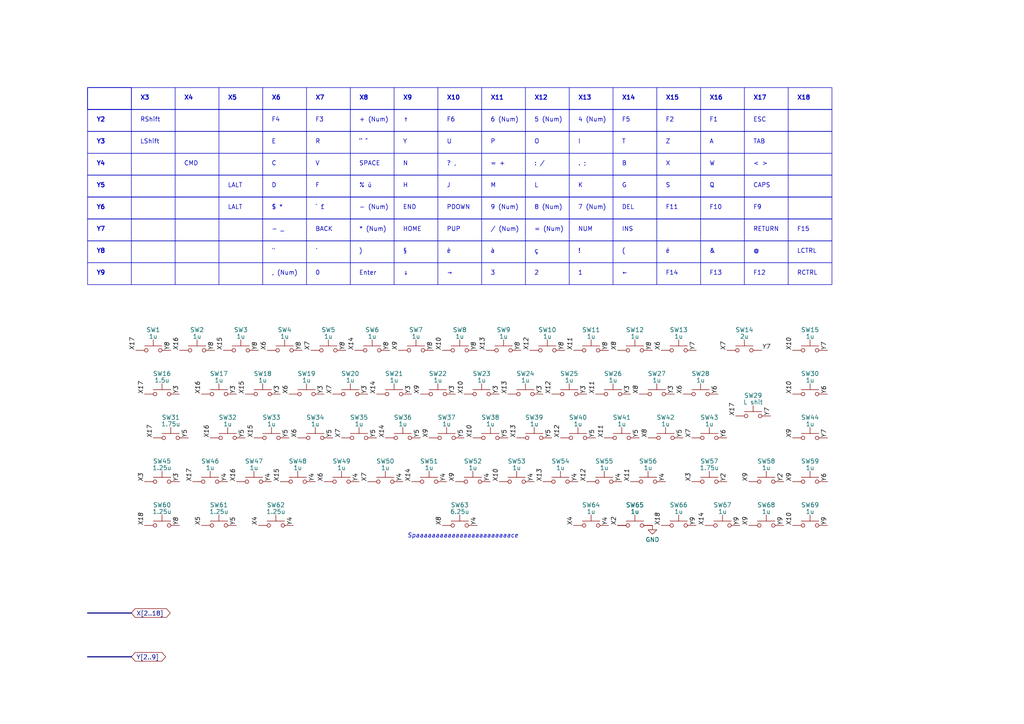
<source format=kicad_sch>
(kicad_sch (version 20230121) (generator eeschema)
  (paper "A4")
  (lib_symbols
    (symbol "Switch:SW_Push" (pin_numbers hide) (pin_names (offset 1.016) hide)
      (property "Reference" "SW" (at 1.27 2.54 0))
      (property "Value" "SW_Push" (at 0 -1.524 0))
      (symbol "SW_Push_0_1"
        (circle (center -2.032 0) (radius 0.508))
        (polyline (pts (xy 0 1.27) (xy 0 3.048)))
        (polyline (pts (xy 2.54 1.27) (xy -2.54 1.27)))
        (circle (center 2.032 0) (radius 0.508))
        (pin passive line (at -5.08 0 0) (length 2.54) (name "1") (number "1"))
        (pin passive line (at 5.08 0 180) (length 2.54) (name "2") (number "2"))
      )
    )
    (symbol "power:GND" (power) (pin_names (offset 0))
      (property "Value" "GND" (at 0 -3.81 0))
      (symbol "GND_0_1"
        (polyline (pts (xy 0 0) (xy 0 -1.27) (xy 1.27 -1.27) (xy 0 -2.54) (xy -1.27 -1.27) (xy 0 -1.27)))
      )
      (symbol "GND_1_1"
        (pin power_in line (at 0 0 270) (length 0) hide (name "GND") (number "1"))
      )
    )
  )
  (bus (pts (xy 25.4 190.5) (xy 38.1 190.5)))
  (bus (pts (xy 25.4 177.8) (xy 38.1 177.8)))
  (rectangle (start 127 44.45) (end 127 50.8))
  (rectangle (start 76.2 69.85) (end 76.2 76.2))
  (rectangle (start 190.5 31.75) (end 190.5 38.1))
  (rectangle (start 215.9 31.75) (end 215.9 38.1))
  (rectangle (start 101.6 69.85) (end 101.6 76.2))
  (rectangle (start 25.4 63.5) (end 241.3 69.85))
  (rectangle (start 76.2 63.5) (end 76.2 69.85))
  (rectangle (start 139.7 38.1) (end 139.7 44.45))
  (rectangle (start 63.5 57.15) (end 63.5 63.5))
  (rectangle (start 88.9 25.4) (end 88.9 31.75))
  (rectangle (start 101.6 38.1) (end 101.6 44.45))
  (rectangle (start 139.7 50.8) (end 139.7 57.15))
  (rectangle (start 215.9 44.45) (end 215.9 50.8))
  (rectangle (start 63.5 25.4) (end 63.5 31.75))
  (rectangle (start 114.3 25.4) (end 114.3 31.75))
  (rectangle (start 152.4 44.45) (end 152.4 50.8))
  (rectangle (start 101.6 63.5) (end 101.6 69.85))
  (rectangle (start 88.9 76.2) (end 88.9 82.55))
  (rectangle (start 50.8 38.1) (end 50.8 44.45))
  (rectangle (start 25.4 25.4) (end 241.3 31.75))
  (rectangle (start 25.4 38.1) (end 241.3 44.45))
  (rectangle (start 177.8 31.75) (end 177.8 38.1))
  (rectangle (start 190.5 44.45) (end 190.5 50.8))
  (rectangle (start 88.9 38.1) (end 88.9 44.45))
  (rectangle (start 228.6 57.15) (end 228.6 63.5))
  (rectangle (start 165.1 50.8) (end 165.1 57.15))
  (rectangle (start 114.3 50.8) (end 114.3 57.15))
  (rectangle (start 76.2 76.2) (end 76.2 82.55))
  (rectangle (start 25.4 25.4) (end 38.1 31.75) (fill (type color)))
  (rectangle (start 215.9 25.4) (end 215.9 31.75))
  (rectangle (start 215.9 38.1) (end 215.9 44.45))
  (rectangle (start 139.7 76.2) (end 139.7 82.55))
  (rectangle (start 50.8 50.8) (end 50.8 57.15))
  (rectangle (start 190.5 63.5) (end 190.5 69.85))
  (rectangle (start 203.2 31.75) (end 203.2 38.1))
  (rectangle (start 228.6 50.8) (end 228.6 57.15))
  (rectangle (start 127 38.1) (end 127 44.45))
  (rectangle (start 101.6 44.45) (end 101.6 50.8))
  (rectangle (start 50.8 76.2) (end 50.8 82.55))
  (rectangle (start 190.5 76.2) (end 190.5 82.55))
  (rectangle (start 114.3 76.2) (end 114.3 82.55))
  (rectangle (start 127 76.2) (end 127 82.55))
  (rectangle (start 101.6 31.75) (end 101.6 38.1))
  (rectangle (start 114.3 57.15) (end 114.3 63.5))
  (rectangle (start 76.2 25.4) (end 76.2 31.75))
  (rectangle (start 152.4 31.75) (end 152.4 38.1))
  (rectangle (start 114.3 44.45) (end 114.3 50.8))
  (rectangle (start 38.1 50.8) (end 38.1 57.15))
  (rectangle (start 127 31.75) (end 127 38.1))
  (rectangle (start 63.5 69.85) (end 63.5 76.2))
  (rectangle (start 215.9 69.85) (end 215.9 76.2))
  (rectangle (start 215.9 63.5) (end 215.9 69.85))
  (rectangle (start 76.2 50.8) (end 76.2 57.15))
  (rectangle (start 25.4 57.15) (end 241.3 63.5))
  (rectangle (start 203.2 38.1) (end 203.2 44.45))
  (rectangle (start 63.5 31.75) (end 63.5 38.1))
  (rectangle (start 139.7 57.15) (end 139.7 63.5))
  (rectangle (start 101.6 25.4) (end 101.6 31.75))
  (rectangle (start 50.8 69.85) (end 50.8 76.2))
  (rectangle (start 25.4 44.45) (end 241.3 50.8))
  (rectangle (start 215.9 76.2) (end 215.9 82.55))
  (rectangle (start 203.2 57.15) (end 203.2 63.5))
  (rectangle (start 190.5 38.1) (end 190.5 44.45))
  (rectangle (start 139.7 31.75) (end 139.7 38.1))
  (rectangle (start 101.6 76.2) (end 101.6 82.55))
  (rectangle (start 228.6 25.4) (end 228.6 31.75))
  (rectangle (start 165.1 76.2) (end 165.1 82.55))
  (rectangle (start 165.1 44.45) (end 165.1 50.8))
  (rectangle (start 25.4 50.8) (end 241.3 57.15))
  (rectangle (start 190.5 57.15) (end 190.5 63.5))
  (rectangle (start 88.9 31.75) (end 88.9 38.1))
  (rectangle (start 203.2 76.2) (end 203.2 82.55))
  (rectangle (start 228.6 76.2) (end 228.6 82.55))
  (rectangle (start 25.4 31.75) (end 241.3 38.1))
  (rectangle (start 63.5 38.1) (end 63.5 44.45))
  (rectangle (start 228.6 38.1) (end 228.6 44.45))
  (rectangle (start 215.9 57.15) (end 215.9 63.5))
  (rectangle (start 177.8 76.2) (end 177.8 82.55))
  (rectangle (start 177.8 38.1) (end 177.8 44.45))
  (rectangle (start 152.4 38.1) (end 152.4 44.45))
  (rectangle (start 127 50.8) (end 127 57.15))
  (rectangle (start 38.1 31.75) (end 38.1 38.1))
  (rectangle (start 88.9 44.45) (end 88.9 50.8))
  (rectangle (start 139.7 69.85) (end 139.7 76.2))
  (rectangle (start 38.1 69.85) (end 38.1 76.2))
  (rectangle (start 139.7 63.5) (end 139.7 69.85))
  (rectangle (start 228.6 69.85) (end 228.6 76.2))
  (rectangle (start 114.3 38.1) (end 114.3 44.45))
  (rectangle (start 88.9 57.15) (end 88.9 63.5))
  (rectangle (start 177.8 25.4) (end 177.8 31.75))
  (rectangle (start 177.8 57.15) (end 177.8 63.5))
  (rectangle (start 63.5 50.8) (end 63.5 57.15))
  (rectangle (start 203.2 44.45) (end 203.2 50.8))
  (rectangle (start 50.8 25.4) (end 50.8 31.75))
  (rectangle (start 38.1 76.2) (end 38.1 82.55))
  (rectangle (start 88.9 69.85) (end 88.9 76.2))
  (rectangle (start 152.4 25.4) (end 152.4 31.75))
  (rectangle (start 190.5 25.4) (end 190.5 31.75))
  (rectangle (start 152.4 50.8) (end 152.4 57.15))
  (rectangle (start 165.1 25.4) (end 165.1 31.75))
  (rectangle (start 152.4 63.5) (end 152.4 69.85))
  (rectangle (start 38.1 57.15) (end 38.1 63.5))
  (rectangle (start 50.8 57.15) (end 50.8 63.5))
  (rectangle (start 203.2 63.5) (end 203.2 69.85))
  (rectangle (start 139.7 44.45) (end 139.7 50.8))
  (rectangle (start 63.5 63.5) (end 63.5 69.85))
  (rectangle (start 190.5 50.8) (end 190.5 57.15))
  (rectangle (start 88.9 63.5) (end 88.9 69.85))
  (rectangle (start 152.4 57.15) (end 152.4 63.5))
  (rectangle (start 165.1 31.75) (end 165.1 38.1))
  (rectangle (start 165.1 69.85) (end 165.1 76.2))
  (rectangle (start 228.6 44.45) (end 228.6 50.8))
  (rectangle (start 38.1 25.4) (end 38.1 31.75))
  (rectangle (start 63.5 76.2) (end 63.5 82.55))
  (rectangle (start 177.8 44.45) (end 177.8 50.8))
  (rectangle (start 114.3 69.85) (end 114.3 76.2))
  (rectangle (start 76.2 31.75) (end 76.2 38.1))
  (rectangle (start 127 63.5) (end 127 69.85))
  (rectangle (start 38.1 38.1) (end 38.1 44.45))
  (rectangle (start 165.1 63.5) (end 165.1 69.85))
  (rectangle (start 88.9 50.8) (end 88.9 57.15))
  (rectangle (start 76.2 38.1) (end 76.2 44.45))
  (rectangle (start 177.8 69.85) (end 177.8 76.2))
  (rectangle (start 101.6 50.8) (end 101.6 57.15))
  (rectangle (start 127 25.4) (end 127 31.75))
  (rectangle (start 139.7 25.4) (end 139.7 31.75))
  (rectangle (start 177.8 63.5) (end 177.8 69.85))
  (rectangle (start 152.4 76.2) (end 152.4 82.55))
  (rectangle (start 114.3 31.75) (end 114.3 38.1))
  (rectangle (start 165.1 38.1) (end 165.1 44.45))
  (rectangle (start 215.9 50.8) (end 215.9 57.15))
  (rectangle (start 152.4 69.85) (end 152.4 76.2))
  (rectangle (start 38.1 63.5) (end 38.1 69.85))
  (rectangle (start 203.2 69.85) (end 203.2 76.2))
  (rectangle (start 101.6 57.15) (end 101.6 63.5))
  (rectangle (start 127 69.85) (end 127 76.2))
  (rectangle (start 50.8 44.45) (end 50.8 50.8))
  (rectangle (start 203.2 50.8) (end 203.2 57.15))
  (rectangle (start 63.5 44.45) (end 63.5 50.8))
  (rectangle (start 228.6 63.5) (end 228.6 69.85))
  (rectangle (start 38.1 44.45) (end 38.1 50.8))
  (rectangle (start 127 57.15) (end 127 63.5))
  (rectangle (start 203.2 25.4) (end 203.2 31.75))
  (rectangle (start 50.8 63.5) (end 50.8 69.85))
  (rectangle (start 76.2 44.45) (end 76.2 50.8))
  (rectangle (start 25.4 69.85) (end 241.3 76.2))
  (rectangle (start 76.2 57.15) (end 76.2 63.5))
  (rectangle (start 228.6 31.75) (end 228.6 38.1))
  (rectangle (start 25.4 76.2) (end 241.3 82.55))
  (rectangle (start 50.8 31.75) (end 50.8 38.1))
  (rectangle (start 177.8 50.8) (end 177.8 57.15))
  (rectangle (start 165.1 57.15) (end 165.1 63.5))
  (rectangle (start 114.3 63.5) (end 114.3 69.85))
  (rectangle (start 190.5 69.85) (end 190.5 76.2))
  (text "RETURN" (at 218.44 67.31 0) (effects (font (size 1.27 1.27)) (justify left bottom)))
  (text "% ù" (at 104.14 54.61 0) (effects (font (size 1.27 1.27)) (justify left bottom)))
  (text "ESC" (at 218.44 35.56 0) (effects (font (size 1.27 1.27)) (justify left bottom)))
  (text "RCTRL" (at 231.14 80.01 0) (effects (font (size 1.27 1.27)) (justify left bottom)))
  (text "Y3" (at 27.94 41.91 0) (effects (font (size 1.27 1.27) (thickness 0.254) bold) (justify left bottom)))
  (text "F1" (at 205.74 35.56 0) (effects (font (size 1.27 1.27)) (justify left bottom)))
  (text "'" (at 91.44 73.66 0) (effects (font (size 1.27 1.27)) (justify left bottom)))
  (text "+ (Num)" (at 104.14 35.56 0) (effects (font (size 1.27 1.27)) (justify left bottom)))
  (text "→" (at 129.54 80.01 0) (effects (font (size 1.27 1.27)) (justify left bottom)))
  (text "(" (at 180.34 73.66 0) (effects (font (size 1.27 1.27)) (justify left bottom)))
  (text "@" (at 218.44 73.66 0) (effects (font (size 1.27 1.27)) (justify left bottom)))
  (text "< >" (at 218.44 48.26 0) (effects (font (size 1.27 1.27)) (justify left bottom)))
  (text "X7" (at 91.44 29.21 0) (effects (font (size 1.27 1.27) (thickness 0.254) bold) (justify left bottom)))
  (text "X14" (at 180.34 29.21 0) (effects (font (size 1.27 1.27) (thickness 0.254) bold) (justify left bottom)))
  (text "¨ ^" (at 104.14 41.91 0) (effects (font (size 1.27 1.27)) (justify left bottom)))
  (text "D" (at 78.74 54.61 0) (effects (font (size 1.27 1.27)) (justify left bottom)))
  (text "S" (at 193.04 54.61 0) (effects (font (size 1.27 1.27)) (justify left bottom)))
  (text "F11" (at 193.04 60.96 0) (effects (font (size 1.27 1.27)) (justify left bottom)))
  (text "5 (Num)" (at 154.94 35.56 0) (effects (font (size 1.27 1.27)) (justify left bottom)))
  (text ", (Num)" (at 78.74 80.01 0) (effects (font (size 1.27 1.27)) (justify left bottom)))
  (text "X16" (at 205.74 29.21 0) (effects (font (size 1.27 1.27) (thickness 0.254) bold) (justify left bottom)))
  (text ": /" (at 154.94 48.26 0) (effects (font (size 1.27 1.27)) (justify left bottom)))
  (text "? ," (at 129.54 48.26 0) (effects (font (size 1.27 1.27)) (justify left bottom)))
  (text "F" (at 91.44 54.61 0) (effects (font (size 1.27 1.27)) (justify left bottom)))
  (text "B" (at 180.34 48.26 0) (effects (font (size 1.27 1.27)) (justify left bottom)))
  (text "à" (at 142.24 73.66 0) (effects (font (size 1.27 1.27)) (justify left bottom)))
  (text "END" (at 116.84 60.96 0) (effects (font (size 1.27 1.27)) (justify left bottom)))
  (text "F10" (at 205.74 60.96 0) (effects (font (size 1.27 1.27)) (justify left bottom)))
  (text "- (Num)" (at 104.14 60.96 0) (effects (font (size 1.27 1.27)) (justify left bottom)))
  (text "X3" (at 40.64 29.21 0) (effects (font (size 1.27 1.27) (thickness 0.254) bold) (justify left bottom)))
  (text "8 (Num)" (at 154.94 60.96 0) (effects (font (size 1.27 1.27)) (justify left bottom)))
  (text "LALT" (at 66.04 60.96 0) (effects (font (size 1.27 1.27)) (justify left bottom)))
  (text "L" (at 154.94 54.61 0) (effects (font (size 1.27 1.27)) (justify left bottom)))
  (text "V" (at 91.44 48.26 0) (effects (font (size 1.27 1.27)) (justify left bottom)))
  (text ")" (at 104.14 73.66 0) (effects (font (size 1.27 1.27)) (justify left bottom)))
  (text "Y6" (at 27.94 60.96 0) (effects (font (size 1.27 1.27) (thickness 0.254) bold) (justify left bottom)))
  (text "F9" (at 218.44 60.96 0) (effects (font (size 1.27 1.27)) (justify left bottom)))
  (text "= (Num)" (at 154.94 67.31 0) (effects (font (size 1.27 1.27)) (justify left bottom)))
  (text "X17" (at 218.44 29.21 0) (effects (font (size 1.27 1.27) (thickness 0.254) bold) (justify left bottom)))
  (text ". ;" (at 167.64 48.26 0) (effects (font (size 1.27 1.27)) (justify left bottom)))
  (text "Enter" (at 104.14 80.01 0) (effects (font (size 1.27 1.27)) (justify left bottom)))
  (text "X18" (at 231.14 29.21 0) (effects (font (size 1.27 1.27) (thickness 0.254) bold) (justify left bottom)))
  (text "` £" (at 91.44 60.96 0) (effects (font (size 1.27 1.27)) (justify left bottom)))
  (text "↓" (at 116.84 80.01 0) (effects (font (size 1.27 1.27)) (justify left bottom)))
  (text "è" (at 129.54 73.66 0) (effects (font (size 1.27 1.27)) (justify left bottom)))
  (text "C" (at 78.74 48.26 0) (effects (font (size 1.27 1.27)) (justify left bottom)))
  (text "NUM" (at 167.64 67.31 0) (effects (font (size 1.27 1.27)) (justify left bottom)))
  (text "CAPS" (at 218.44 54.61 0) (effects (font (size 1.27 1.27)) (justify left bottom)))
  (text "F12" (at 218.44 80.01 0) (effects (font (size 1.27 1.27)) (justify left bottom)))
  (text "RShift" (at 40.64 35.56 0) (effects (font (size 1.27 1.27)) (justify left bottom)))
  (text "A" (at 205.74 41.91 0) (effects (font (size 1.27 1.27)) (justify left bottom)))
  (text "0" (at 91.44 80.01 0) (effects (font (size 1.27 1.27)) (justify left bottom)))
  (text "ç" (at 154.94 73.66 0) (effects (font (size 1.27 1.27)) (justify left bottom)))
  (text "X15" (at 193.04 29.21 0) (effects (font (size 1.27 1.27) (thickness 0.254) bold) (justify left bottom)))
  (text "= +" (at 142.24 48.26 0) (effects (font (size 1.27 1.27)) (justify left bottom)))
  (text "!" (at 167.64 73.66 0) (effects (font (size 1.27 1.27)) (justify left bottom)))
  (text "X8" (at 104.14 29.21 0) (effects (font (size 1.27 1.27) (thickness 0.254) bold) (justify left bottom)))
  (text "N" (at 116.84 48.26 0) (effects (font (size 1.27 1.27)) (justify left bottom)))
  (text "&" (at 205.74 73.66 0) (effects (font (size 1.27 1.27)) (justify left bottom)))
  (text "F5" (at 180.34 35.56 0) (effects (font (size 1.27 1.27)) (justify left bottom)))
  (text "F14" (at 193.04 80.01 0) (effects (font (size 1.27 1.27)) (justify left bottom)))
  (text "X13" (at 167.64 29.21 0) (effects (font (size 1.27 1.27) (thickness 0.254) bold) (justify left bottom)))
  (text "E" (at 78.74 41.91 0) (effects (font (size 1.27 1.27)) (justify left bottom)))
  (text "TAB" (at 218.44 41.91 0) (effects (font (size 1.27 1.27)) (justify left bottom)))
  (text "INS" (at 180.34 67.31 0) (effects (font (size 1.27 1.27)) (justify left bottom)))
  (text "§" (at 116.84 73.66 0) (effects (font (size 1.27 1.27)) (justify left bottom)))
  (text "H" (at 116.84 54.61 0) (effects (font (size 1.27 1.27)) (justify left bottom)))
  (text "X4" (at 53.34 29.21 0) (effects (font (size 1.27 1.27) (thickness 0.254) bold) (justify left bottom)))
  (text "Y2" (at 27.94 35.56 0) (effects (font (size 1.27 1.27) (thickness 0.254) bold) (justify left bottom)))
  (text "3" (at 142.24 80.01 0) (effects (font (size 1.27 1.27)) (justify left bottom)))
  (text "O" (at 154.94 41.91 0) (effects (font (size 1.27 1.27)) (justify left bottom)))
  (text "4 (Num)" (at 167.64 35.56 0) (effects (font (size 1.27 1.27)) (justify left bottom)))
  (text "Q" (at 205.74 54.61 0) (effects (font (size 1.27 1.27)) (justify left bottom)))
  (text "K" (at 167.64 54.61 0) (effects (font (size 1.27 1.27)) (justify left bottom)))
  (text "1" (at 167.64 80.01 0) (effects (font (size 1.27 1.27)) (justify left bottom)))
  (text "Y7" (at 27.94 67.31 0) (effects (font (size 1.27 1.27) (thickness 0.254) bold) (justify left bottom)))
  (text "X10" (at 129.54 29.21 0) (effects (font (size 1.27 1.27) (thickness 0.254) bold) (justify left bottom)))
  (text "2" (at 154.94 80.01 0) (effects (font (size 1.27 1.27)) (justify left bottom)))
  (text "F3" (at 91.44 35.56 0) (effects (font (size 1.27 1.27)) (justify left bottom)))
  (text "X12" (at 154.94 29.21 0) (effects (font (size 1.27 1.27) (thickness 0.254) bold) (justify left bottom)))
  (text "$ *" (at 78.74 60.96 0) (effects (font (size 1.27 1.27)) (justify left bottom)))
  (text "I" (at 167.64 41.91 0) (effects (font (size 1.27 1.27)) (justify left bottom)))
  (text "M" (at 142.24 54.61 0) (effects (font (size 1.27 1.27)) (justify left bottom)))
  (text "* (Num)" (at 104.14 67.31 0) (effects (font (size 1.27 1.27)) (justify left bottom)))
  (text "↑" (at 116.84 35.56 0) (effects (font (size 1.27 1.27)) (justify left bottom)))
  (text "BACK" (at 91.44 67.31 0) (effects (font (size 1.27 1.27)) (justify left bottom)))
  (text "SPACE" (at 104.14 48.26 0) (effects (font (size 1.27 1.27)) (justify left bottom)))
  (text "LShift" (at 40.64 41.91 0) (effects (font (size 1.27 1.27)) (justify left bottom)))
  (text "CMD" (at 53.34 48.26 0) (effects (font (size 1.27 1.27)) (justify left bottom)))
  (text "X5" (at 66.04 29.21 0) (effects (font (size 1.27 1.27) (thickness 0.254) bold) (justify left bottom)))
  (text "PDOWN" (at 129.54 60.96 0) (effects (font (size 1.27 1.27)) (justify left bottom)))
  (text "Y4" (at 27.94 48.26 0) (effects (font (size 1.27 1.27) (thickness 0.254) bold) (justify left bottom)))
  (text "F4" (at 78.74 35.56 0) (effects (font (size 1.27 1.27)) (justify left bottom)))
  (text "F13" (at 205.74 80.01 0) (effects (font (size 1.27 1.27)) (justify left bottom)))
  (text "X9" (at 116.84 29.21 0) (effects (font (size 1.27 1.27) (thickness 0.254) bold) (justify left bottom)))
  (text "←" (at 180.34 80.01 0) (effects (font (size 1.27 1.27)) (justify left bottom)))
  (text "R" (at 91.44 41.91 0) (effects (font (size 1.27 1.27)) (justify left bottom)))
  (text "P" (at 142.24 41.91 0) (effects (font (size 1.27 1.27)) (justify left bottom)))
  (text "T" (at 180.34 41.91 0) (effects (font (size 1.27 1.27)) (justify left bottom)))
  (text "é" (at 193.04 73.66 0) (effects (font (size 1.27 1.27)) (justify left bottom)))
  (text "PUP" (at 129.54 67.31 0) (effects (font (size 1.27 1.27)) (justify left bottom)))
  (text "Y5" (at 27.94 54.61 0) (effects (font (size 1.27 1.27) (thickness 0.254) bold) (justify left bottom)))
  (text "\"" (at 78.74 73.66 0) (effects (font (size 1.27 1.27)) (justify left bottom)))
  (text "DEL" (at 180.34 60.96 0) (effects (font (size 1.27 1.27)) (justify left bottom)))
  (text "Y8" (at 27.94 73.66 0) (effects (font (size 1.27 1.27) (thickness 0.254) bold) (justify left bottom)))
  (text "J" (at 129.54 54.61 0) (effects (font (size 1.27 1.27)) (justify left bottom)))
  (text "6 (Num)" (at 142.24 35.56 0) (effects (font (size 1.27 1.27)) (justify left bottom)))
  (text "F2" (at 193.04 35.56 0) (effects (font (size 1.27 1.27)) (justify left bottom)))
  (text "LCTRL" (at 231.14 73.66 0) (effects (font (size 1.27 1.27)) (justify left bottom)))
  (text "Z" (at 193.04 41.91 0) (effects (font (size 1.27 1.27)) (justify left bottom)))
  (text "HOME" (at 116.84 67.31 0) (effects (font (size 1.27 1.27)) (justify left bottom)))
  (text "X" (at 193.04 48.26 0) (effects (font (size 1.27 1.27)) (justify left bottom)))
  (text "/ (Num)" (at 142.24 67.31 0) (effects (font (size 1.27 1.27)) (justify left bottom)))
  (text "7 (Num)" (at 167.64 60.96 0) (effects (font (size 1.27 1.27)) (justify left bottom)))
  (text "G" (at 180.34 54.61 0) (effects (font (size 1.27 1.27)) (justify left bottom)))
  (text "U" (at 129.54 41.91 0) (effects (font (size 1.27 1.27)) (justify left bottom)))
  (text "W" (at 205.74 48.26 0) (effects (font (size 1.27 1.27)) (justify left bottom)))
  (text "F6" (at 129.54 35.56 0) (effects (font (size 1.27 1.27)) (justify left bottom)))
  (text "9 (Num)" (at 142.24 60.96 0) (effects (font (size 1.27 1.27)) (justify left bottom)))
  (text "- _" (at 78.74 67.31 0) (effects (font (size 1.27 1.27)) (justify left bottom)))
  (text "X6" (at 78.74 29.21 0) (effects (font (size 1.27 1.27) (thickness 0.254) bold) (justify left bottom)))
  (text "X11" (at 142.24 29.21 0) (effects (font (size 1.27 1.27) (thickness 0.254) bold) (justify left bottom)))
  (text "Y9" (at 27.94 80.01 0) (effects (font (size 1.27 1.27) (thickness 0.254) bold) (justify left bottom)))
  (text "F15" (at 231.14 67.31 0) (effects (font (size 1.27 1.27)) (justify left bottom)))
  (text "LALT" (at 66.04 54.61 0) (effects (font (size 1.27 1.27)) (justify left bottom)))
  (text "Y" (at 116.84 41.91 0) (effects (font (size 1.27 1.27)) (justify left bottom)))
  (text "Spaaaaaaaaaaaaaaaaaaaaaaaace" (at 118.11 156.21 0) (effects (font (size 1.27 1.27) italic) (justify left bottom)))
  (label "X12" (at 170.18 139.7 90) (effects (font italic)))
  (label "Y3" (at 170.18 114.3 90) (effects (font italic)))
  (label "Y5" (at 83.82 127 90) (effects (font italic)))
  (label "X6" (at 191.77 101.6 90) (effects (font italic)))
  (label "Y5" (at 198.12 127 90) (effects (font italic)))
  (label "X10" (at 229.87 152.4 90) (effects (font italic)))
  (label "Y5" (at 121.92 127 90) (effects (font italic)))
  (label "X17" (at 41.91 114.3 90) (effects (font italic)))
  (label "X10" (at 144.78 139.7 90) (effects (font italic)))
  (label "X9" (at 217.17 152.4 90) (effects (font italic)))
  (label "Y8" (at 74.93 101.6 90) (effects (font italic)))
  (label "X2" (at 179.07 152.4 90) (effects (font italic)))
  (label "X3" (at 41.91 139.7 90) (effects (font italic)))
  (label "X15" (at 64.77 101.6 90) (effects (font italic)))
  (label "X7" (at 99.06 127 90) (effects (font italic)))
  (label "Y4" (at 142.24 139.7 90) (effects (font italic)))
  (label "Y3" (at 93.98 114.3 90) (effects (font italic)))
  (label "Y5" (at 54.61 127 90) (effects (font italic)))
  (label "X15" (at 73.66 127 90) (effects (font italic)))
  (label "Y3" (at 144.78 114.3 90) (effects (font italic)))
  (label "X7" (at 200.66 127 90) (effects (font italic)))
  (label "X12" (at 153.67 101.6 90) (effects (font italic)))
  (label "Y8" (at 100.33 101.6 90) (effects (font italic)))
  (label "Y4" (at 138.43 152.4 90) (effects (font italic)))
  (label "X9" (at 132.08 139.7 90) (effects (font italic)))
  (label "Y3" (at 68.58 114.3 90) (effects (font italic)))
  (label "X14" (at 109.22 114.3 90) (effects (font italic)))
  (label "Y8" (at 62.23 101.6 90) (effects (font italic)))
  (label "Y7" (at 240.03 127 90) (effects (font italic)))
  (label "Y8" (at 189.23 101.6 90) (effects (font italic)))
  (label "X8" (at 185.42 114.3 90) (effects (font italic)))
  (label "X11" (at 172.72 114.3 90) (effects (font italic)))
  (label "Y3" (at 195.58 114.3 90) (effects (font italic)))
  (label "Y3" (at 132.08 114.3 90) (effects (font italic)))
  (label "Y9" (at 227.33 152.4 90) (effects (font italic)))
  (label "X11" (at 182.88 139.7 90) (effects (font italic)))
  (label "Y5" (at 172.72 127 90) (effects (font italic)))
  (label "X7" (at 210.82 101.6 90) (effects (font italic)))
  (label "Y3" (at 182.88 114.3 90) (effects (font italic)))
  (label "X15" (at 81.28 139.7 90) (effects (font italic)))
  (label "X12" (at 160.02 114.3 90) (effects (font italic)))
  (label "X7" (at 106.68 139.7 90) (effects (font italic)))
  (label "Y5" (at 147.32 127 90) (effects (font italic)))
  (label "Y8" (at 49.53 101.6 90) (effects (font italic)))
  (label "X16" (at 60.96 127 90) (effects (font italic)))
  (label "Y3" (at 52.07 114.3 90) (effects (font italic)))
  (label "Y7" (at 201.93 101.6 90) (effects (font italic)))
  (label "X14" (at 111.76 127 90) (effects (font italic)))
  (label "Y4" (at 176.53 152.4 90) (effects (font italic)))
  (label "X13" (at 149.86 127 90) (effects (font italic)))
  (label "X13" (at 157.48 139.7 90) (effects (font italic)))
  (label "Y8" (at 163.83 101.6 90) (effects (font italic)))
  (label "Y4" (at 180.34 139.7 90) (effects (font italic)))
  (label "Y4" (at 116.84 139.7 90) (effects (font italic)))
  (label "Y7" (at 220.98 101.6 0) (effects (font italic)))
  (label "Y6" (at 240.03 139.7 90) (effects (font italic)))
  (label "X6" (at 77.47 101.6 90) (effects (font italic)))
  (label "Y4" (at 78.74 139.7 90) (effects (font italic)))
  (label "Y4" (at 129.54 139.7 90) (effects (font italic)))
  (label "Y6" (at 208.28 114.3 90) (effects (font italic)))
  (label "X4" (at 74.93 152.4 90) (effects (font italic)))
  (label "Y5" (at 71.12 127 90) (effects (font italic)))
  (label "X6" (at 83.82 114.3 90) (effects (font italic)))
  (label "X14" (at 102.87 101.6 90) (effects (font italic)))
  (label "X6" (at 93.98 139.7 90) (effects (font italic)))
  (label "X11" (at 175.26 127 90) (effects (font italic)))
  (label "Y8" (at 138.43 101.6 90) (effects (font italic)))
  (label "Y8" (at 52.07 152.4 90) (effects (font italic)))
  (label "X11" (at 166.37 101.6 90) (effects (font italic)))
  (label "X5" (at 58.42 152.4 90) (effects (font italic)))
  (label "Y5" (at 185.42 127 90) (effects (font italic)))
  (label "Y4" (at 91.44 139.7 90) (effects (font italic)))
  (label "X17" (at 213.36 120.65 90) (effects (font italic)))
  (label "X10" (at 128.27 101.6 90) (effects (font italic)))
  (label "Y6" (at 210.82 127 90) (effects (font italic)))
  (label "Y4" (at 66.04 139.7 90) (effects (font italic)))
  (label "X8" (at 128.27 152.4 90) (effects (font italic)))
  (label "X9" (at 217.17 139.7 90) (effects (font italic)))
  (label "Y4" (at 154.94 139.7 90) (effects (font italic)))
  (label "Y3" (at 119.38 114.3 90) (effects (font italic)))
  (label "X13" (at 147.32 114.3 90) (effects (font italic)))
  (label "X9" (at 115.57 101.6 90) (effects (font italic)))
  (label "X7" (at 96.52 114.3 90) (effects (font italic)))
  (label "Y8" (at 87.63 101.6 90) (effects (font italic)))
  (label "X9" (at 229.87 127 90) (effects (font italic)))
  (label "X6" (at 86.36 127 90) (effects (font italic)))
  (label "X16" (at 58.42 114.3 90) (effects (font italic)))
  (label "X8" (at 179.07 101.6 90) (effects (font italic)))
  (label "Y4" (at 167.64 139.7 90) (effects (font italic)))
  (label "Y3" (at 81.28 114.3 90) (effects (font italic)))
  (label "X18" (at 191.77 152.4 90) (effects (font italic)))
  (label "X7" (at 90.17 101.6 90) (effects (font italic)))
  (label "Y9" (at 240.03 152.4 90) (effects (font italic)))
  (label "X16" (at 68.58 139.7 90) (effects (font italic)))
  (label "X9" (at 124.46 127 90) (effects (font italic)))
  (label "Y8" (at 113.03 101.6 90) (effects (font italic)))
  (label "X10" (at 134.62 114.3 90) (effects (font italic)))
  (label "Y3" (at 157.48 114.3 90) (effects (font italic)))
  (label "Y5" (at 96.52 127 90) (effects (font italic)))
  (label "Y7" (at 223.52 120.65 90) (effects (font italic)))
  (label "Y6" (at 240.03 114.3 90) (effects (font italic)))
  (label "Y9" (at 201.93 152.4 90) (effects (font italic)))
  (label "Y9" (at 214.63 152.4 90) (effects (font italic)))
  (label "X12" (at 162.56 127 90) (effects (font italic)))
  (label "Y8" (at 176.53 101.6 90) (effects (font italic)))
  (label "X16" (at 52.07 101.6 90) (effects (font italic)))
  (label "Y3" (at 106.68 114.3 90) (effects (font italic)))
  (label "X3" (at 200.66 139.7 90) (effects (font italic)))
  (label "X4" (at 166.37 152.4 90) (effects (font italic)))
  (label "Y2" (at 227.33 139.7 90) (effects (font italic)))
  (label "X10" (at 137.16 127 90) (effects (font italic)))
  (label "X14" (at 119.38 139.7 90) (effects (font italic)))
  (label "Y4" (at 85.09 152.4 90) (effects (font italic)))
  (label "X10" (at 229.87 114.3 90) (effects (font italic)))
  (label "Y4" (at 104.14 139.7 90) (effects (font italic)))
  (label "X13" (at 140.97 101.6 90) (effects (font italic)))
  (label "Y2" (at 210.82 139.7 90) (effects (font italic)))
  (label "X9" (at 121.92 114.3 90) (effects (font italic)))
  (label "Y5" (at 134.62 127 90) (effects (font italic)))
  (label "X14" (at 204.47 152.4 90) (effects (font italic)))
  (label "X8" (at 187.96 127 90) (effects (font italic)))
  (label "Y5" (at 68.58 152.4 90) (effects (font italic)))
  (label "Y3" (at 52.07 139.7 90) (effects (font italic)))
  (label "Y5" (at 160.02 127 90) (effects (font italic)))
  (label "Y8" (at 151.13 101.6 90) (effects (font italic)))
  (label "X10" (at 229.87 101.6 90) (effects (font italic)))
  (label "X15" (at 71.12 114.3 90) (effects (font italic)))
  (label "Y5" (at 109.22 127 90) (effects (font italic)))
  (label "X17" (at 55.88 139.7 90) (effects (font italic)))
  (label "Y8" (at 125.73 101.6 90) (effects (font italic)))
  (label "X6" (at 198.12 114.3 90) (effects (font italic)))
  (label "Y4" (at 193.04 139.7 90) (effects (font italic)))
  (label "X17" (at 44.45 127 90) (effects (font italic)))
  (label "X17" (at 39.37 101.6 90) (effects (font italic)))
  (label "Y7" (at 240.03 101.6 90) (effects (font italic)))
  (label "X9" (at 229.87 139.7 90) (effects (font italic)))
  (label "X18" (at 41.91 152.4 90) (effects (font italic)))
  (global_label "Y[2..9]" (shape bidirectional) (at 38.1 190.5 0) (property "Intersheetrefs" "${INTERSHEET_REFS}" (effects hide)))
  (global_label "X[2..18]" (shape bidirectional) (at 38.1 177.8 0) (property "Intersheetrefs" "${INTERSHEET_REFS}" (effects hide)))
  (symbol (lib_id "Switch:SW_Push") (at 196.85 152.4 0) (unit 1)
    (property "Reference" "SW66" (at 196.85 146.4691 0))
    (property "Value" "1u" (at 196.85 148.3901 0))
    (property "Footprint" "Button_Switch_Keyboard:SW_Cherry_MX_1.00u_PCB" (effects hide))
  )
  (symbol (lib_id "Switch:SW_Push") (at 104.14 127 0) (unit 1)
    (property "Reference" "SW35" (at 104.14 121.0691 0))
    (property "Value" "1u" (at 104.14 122.9901 0))
    (property "Footprint" "Button_Switch_Keyboard:SW_Cherry_MX_1.00u_PCB" (effects hide))
  )
  (symbol (lib_id "Switch:SW_Push") (at 66.04 127 0) (unit 1)
    (property "Reference" "SW32" (at 66.04 121.0691 0))
    (property "Value" "1u" (at 66.04 122.9901 0))
    (property "Footprint" "Button_Switch_Keyboard:SW_Cherry_MX_1.00u_PCB" (effects hide))
  )
  (symbol (lib_id "Switch:SW_Push") (at 184.15 101.6 0) (unit 1)
    (property "Reference" "SW12" (at 184.15 95.6691 0))
    (property "Value" "1u" (at 184.15 97.5901 0))
    (property "Footprint" "Button_Switch_Keyboard:SW_Cherry_MX_1.00u_PCB" (effects hide))
  )
  (symbol (lib_id "Switch:SW_Push") (at 78.74 127 0) (unit 1)
    (property "Reference" "SW33" (at 78.74 121.0691 0))
    (property "Value" "1u" (at 78.74 122.9901 0))
    (property "Footprint" "Button_Switch_Keyboard:SW_Cherry_MX_1.00u_PCB" (effects hide))
  )
  (symbol (lib_id "Switch:SW_Push") (at 146.05 101.6 0) (unit 1)
    (property "Reference" "SW9" (at 146.05 95.6691 0))
    (property "Value" "1u" (at 146.05 97.5901 0))
    (property "Footprint" "Button_Switch_Keyboard:SW_Cherry_MX_1.00u_PCB" (effects hide))
  )
  (symbol (lib_id "Switch:SW_Push") (at 175.26 139.7 0) (unit 1)
    (property "Reference" "SW55" (at 175.26 133.7691 0))
    (property "Value" "1u" (at 175.26 135.6901 0))
    (property "Footprint" "Button_Switch_Keyboard:SW_Cherry_MX_1.00u_PCB" (effects hide))
  )
  (symbol (lib_id "Switch:SW_Push") (at 196.85 101.6 0) (unit 1)
    (property "Reference" "SW13" (at 196.85 95.6691 0))
    (property "Value" "1u" (at 196.85 97.5901 0))
    (property "Footprint" "Button_Switch_Keyboard:SW_Cherry_MX_1.00u_PCB" (effects hide))
  )
  (symbol (lib_id "Switch:SW_Push") (at 49.53 127 0) (unit 1)
    (property "Reference" "SW31" (at 49.53 121.0691 0))
    (property "Value" "1.75u" (at 49.53 122.9901 0))
    (property "Footprint" "Button_Switch_Keyboard:SW_Cherry_MX_1.75u_PCB" (effects hide))
  )
  (symbol (lib_id "Switch:SW_Push") (at 129.54 127 0) (unit 1)
    (property "Reference" "SW37" (at 129.54 121.0691 0))
    (property "Value" "1u" (at 129.54 122.9901 0))
    (property "Footprint" "Button_Switch_Keyboard:SW_Cherry_MX_1.00u_PCB" (effects hide))
  )
  (symbol (lib_id "Switch:SW_Push") (at 234.95 152.4 0) (unit 1)
    (property "Reference" "SW69" (at 234.95 146.4691 0))
    (property "Value" "1u" (at 234.95 148.3901 0))
    (property "Footprint" "Button_Switch_Keyboard:SW_Cherry_MX_1.00u_PCB" (effects hide))
  )
  (symbol (lib_id "Switch:SW_Push") (at 133.35 101.6 0) (unit 1)
    (property "Reference" "SW8" (at 133.35 95.6691 0))
    (property "Value" "1u" (at 133.35 97.5901 0))
    (property "Footprint" "Button_Switch_Keyboard:SW_Cherry_MX_1.00u_PCB" (effects hide))
  )
  (symbol (lib_id "Switch:SW_Push") (at 137.16 139.7 0) (unit 1)
    (property "Reference" "SW52" (at 137.16 133.7691 0))
    (property "Value" "1u" (at 137.16 135.6901 0))
    (property "Footprint" "Button_Switch_Keyboard:SW_Cherry_MX_1.00u_PCB" (effects hide))
  )
  (symbol (lib_id "Switch:SW_Push") (at 167.64 127 0) (unit 1)
    (property "Reference" "SW40" (at 167.64 121.0691 0))
    (property "Value" "1u" (at 167.64 122.9901 0))
    (property "Footprint" "Button_Switch_Keyboard:SW_Cherry_MX_1.00u_PCB" (effects hide))
  )
  (symbol (lib_id "Switch:SW_Push") (at 107.95 101.6 0) (unit 1)
    (property "Reference" "SW6" (at 107.95 95.6691 0))
    (property "Value" "1u" (at 107.95 97.5901 0))
    (property "Footprint" "Button_Switch_Keyboard:SW_Cherry_MX_1.00u_PCB" (effects hide))
  )
  (symbol (lib_id "Switch:SW_Push") (at 99.06 139.7 0) (unit 1)
    (property "Reference" "SW49" (at 99.06 133.7691 0))
    (property "Value" "1u" (at 99.06 135.6901 0))
    (property "Footprint" "Button_Switch_Keyboard:SW_Cherry_MX_1.00u_PCB" (effects hide))
  )
  (symbol (lib_id "Switch:SW_Push") (at 190.5 114.3 0) (unit 1)
    (property "Reference" "SW27" (at 190.5 108.3691 0))
    (property "Value" "1u" (at 190.5 110.2901 0))
    (property "Footprint" "Button_Switch_Keyboard:SW_Cherry_MX_1.00u_PCB" (effects hide))
  )
  (symbol (lib_id "Switch:SW_Push") (at 120.65 101.6 0) (unit 1)
    (property "Reference" "SW7" (at 120.65 95.6691 0))
    (property "Value" "1u" (at 120.65 97.5901 0))
    (property "Footprint" "Button_Switch_Keyboard:SW_Cherry_MX_1.00u_PCB" (effects hide))
  )
  (symbol (lib_id "Switch:SW_Push") (at 82.55 101.6 0) (unit 1)
    (property "Reference" "SW4" (at 82.55 95.6691 0))
    (property "Value" "1u" (at 82.55 97.5901 0))
    (property "Footprint" "Button_Switch_Keyboard:SW_Cherry_MX_1.00u_PCB" (effects hide))
  )
  (symbol (lib_id "Switch:SW_Push") (at 91.44 127 0) (unit 1)
    (property "Reference" "SW34" (at 91.44 121.0691 0))
    (property "Value" "1u" (at 91.44 122.9901 0))
    (property "Footprint" "Button_Switch_Keyboard:SW_Cherry_MX_1.00u_PCB" (effects hide))
  )
  (symbol (lib_id "Switch:SW_Push") (at 165.1 114.3 0) (unit 1)
    (property "Reference" "SW25" (at 165.1 108.3691 0))
    (property "Value" "1u" (at 165.1 110.2901 0))
    (property "Footprint" "Button_Switch_Keyboard:SW_Cherry_MX_1.00u_PCB" (effects hide))
  )
  (symbol (lib_id "Switch:SW_Push") (at 116.84 127 0) (unit 1)
    (property "Reference" "SW36" (at 116.84 121.0691 0))
    (property "Value" "1u" (at 116.84 122.9901 0))
    (property "Footprint" "Button_Switch_Keyboard:SW_Cherry_MX_1.00u_PCB" (effects hide))
  )
  (symbol (lib_id "Switch:SW_Push") (at 205.74 139.7 0) (unit 1)
    (property "Reference" "SW57" (at 205.74 133.7691 0))
    (property "Value" "1.75u" (at 205.74 135.6901 0))
    (property "Footprint" "Button_Switch_Keyboard:SW_Cherry_MX_1.75u_PCB" (effects hide))
  )
  (symbol (lib_id "Switch:SW_Push") (at 234.95 139.7 0) (unit 1)
    (property "Reference" "SW59" (at 234.95 133.7691 0))
    (property "Value" "1u" (at 234.95 135.6901 0))
    (property "Footprint" "Button_Switch_Keyboard:SW_Cherry_MX_1.00u_PCB" (effects hide))
  )
  (symbol (lib_id "Switch:SW_Push") (at 152.4 114.3 0) (unit 1)
    (property "Reference" "SW24" (at 152.4 108.3691 0))
    (property "Value" "1u" (at 152.4 110.2901 0))
    (property "Footprint" "Button_Switch_Keyboard:SW_Cherry_MX_1.00u_PCB" (effects hide))
  )
  (symbol (lib_id "Switch:SW_Push") (at 187.96 139.7 0) (unit 1)
    (property "Reference" "SW56" (at 187.96 133.7691 0))
    (property "Value" "1u" (at 187.96 135.6901 0))
    (property "Footprint" "Button_Switch_Keyboard:SW_Cherry_MX_1.00u_PCB" (effects hide))
  )
  (symbol (lib_id "Switch:SW_Push") (at 60.96 139.7 0) (unit 1)
    (property "Reference" "SW46" (at 60.96 133.7691 0))
    (property "Value" "1u" (at 60.96 135.6901 0))
    (property "Footprint" "Button_Switch_Keyboard:SW_Cherry_MX_1.00u_PCB" (effects hide))
  )
  (symbol (lib_id "Switch:SW_Push") (at 222.25 139.7 0) (unit 1)
    (property "Reference" "SW58" (at 222.25 133.7691 0))
    (property "Value" "1u" (at 222.25 135.6901 0))
    (property "Footprint" "Button_Switch_Keyboard:SW_Cherry_MX_1.00u_PCB" (effects hide))
  )
  (symbol (lib_id "Switch:SW_Push") (at 215.9 101.6 0) (unit 1)
    (property "Reference" "SW14" (at 215.9 95.6691 0))
    (property "Value" "2u" (at 215.9 97.5901 0))
    (property "Footprint" "Button_Switch_Keyboard:SW_Cherry_MX_2.00u_PCB" (effects hide))
  )
  (symbol (lib_id "Switch:SW_Push") (at 193.04 127 0) (unit 1)
    (property "Reference" "SW42" (at 193.04 121.0691 0))
    (property "Value" "1u" (at 193.04 122.9901 0))
    (property "Footprint" "Button_Switch_Keyboard:SW_Cherry_MX_1.00u_PCB" (effects hide))
  )
  (symbol (lib_id "Switch:SW_Push") (at 76.2 114.3 0) (unit 1)
    (property "Reference" "SW18" (at 76.2 108.3691 0))
    (property "Value" "1u" (at 76.2 110.2901 0))
    (property "Footprint" "Button_Switch_Keyboard:SW_Cherry_MX_1.00u_PCB" (effects hide))
  )
  (symbol (lib_id "Switch:SW_Push") (at 63.5 152.4 0) (unit 1)
    (property "Reference" "SW61" (at 63.5 146.4691 0))
    (property "Value" "1.25u" (at 63.5 148.3901 0))
    (property "Footprint" "Button_Switch_Keyboard:SW_Cherry_MX_1.25u_PCB" (effects hide))
  )
  (symbol (lib_id "Switch:SW_Push") (at 139.7 114.3 0) (unit 1)
    (property "Reference" "SW23" (at 139.7 108.3691 0))
    (property "Value" "1u" (at 139.7 110.2901 0))
    (property "Footprint" "Button_Switch_Keyboard:SW_Cherry_MX_1.00u_PCB" (effects hide))
  )
  (symbol (lib_id "Switch:SW_Push") (at 127 114.3 0) (unit 1)
    (property "Reference" "SW22" (at 127 108.3691 0))
    (property "Value" "1u" (at 127 110.2901 0))
    (property "Footprint" "Button_Switch_Keyboard:SW_Cherry_MX_1.00u_PCB" (effects hide))
  )
  (symbol (lib_id "Switch:SW_Push") (at 57.15 101.6 0) (unit 1)
    (property "Reference" "SW2" (at 57.15 95.6691 0))
    (property "Value" "1u" (at 57.15 97.5901 0))
    (property "Footprint" "Button_Switch_Keyboard:SW_Cherry_MX_1.00u_PCB" (effects hide))
  )
  (symbol (lib_id "Switch:SW_Push") (at 73.66 139.7 0) (unit 1)
    (property "Reference" "SW47" (at 73.66 133.7691 0))
    (property "Value" "1u" (at 73.66 135.6901 0))
    (property "Footprint" "Button_Switch_Keyboard:SW_Cherry_MX_1.00u_PCB" (effects hide))
  )
  (symbol (lib_id "Switch:SW_Push") (at 177.8 114.3 0) (unit 1)
    (property "Reference" "SW26" (at 177.8 108.3691 0))
    (property "Value" "1u" (at 177.8 110.2901 0))
    (property "Footprint" "Button_Switch_Keyboard:SW_Cherry_MX_1.00u_PCB" (effects hide))
  )
  (symbol (lib_id "Switch:SW_Push") (at 180.34 127 0) (unit 1)
    (property "Reference" "SW41" (at 180.34 121.0691 0))
    (property "Value" "1u" (at 180.34 122.9901 0))
    (property "Footprint" "Button_Switch_Keyboard:SW_Cherry_MX_1.00u_PCB" (effects hide))
  )
  (symbol (lib_id "Switch:SW_Push") (at 149.86 139.7 0) (unit 1)
    (property "Reference" "SW53" (at 149.86 133.7691 0))
    (property "Value" "1u" (at 149.86 135.6901 0))
    (property "Footprint" "Button_Switch_Keyboard:SW_Cherry_MX_1.00u_PCB" (effects hide))
  )
  (symbol (lib_id "Switch:SW_Push") (at 69.85 101.6 0) (unit 1)
    (property "Reference" "SW3" (at 69.85 95.6691 0))
    (property "Value" "1u" (at 69.85 97.5901 0))
    (property "Footprint" "Button_Switch_Keyboard:SW_Cherry_MX_1.00u_PCB" (effects hide))
  )
  (symbol (lib_id "Switch:SW_Push") (at 46.99 114.3 0) (unit 1)
    (property "Reference" "SW16" (at 46.99 108.3691 0))
    (property "Value" "1.5u" (at 46.99 110.2901 0))
    (property "Footprint" "Button_Switch_Keyboard:SW_Cherry_MX_1.50u_PCB" (effects hide))
  )
  (symbol (lib_id "Switch:SW_Push") (at 203.2 114.3 0) (unit 1)
    (property "Reference" "SW28" (at 203.2 108.3691 0))
    (property "Value" "1u" (at 203.2 110.2901 0))
    (property "Footprint" "Button_Switch_Keyboard:SW_Cherry_MX_1.00u_PCB" (effects hide))
  )
  (symbol (lib_id "Switch:SW_Push") (at 86.36 139.7 0) (unit 1)
    (property "Reference" "SW48" (at 86.36 133.7691 0))
    (property "Value" "1u" (at 86.36 135.6901 0))
    (property "Footprint" "Button_Switch_Keyboard:SW_Cherry_MX_1.00u_PCB" (effects hide))
  )
  (symbol (lib_id "Switch:SW_Push") (at 101.6 114.3 0) (unit 1)
    (property "Reference" "SW20" (at 101.6 108.3691 0))
    (property "Value" "1u" (at 101.6 110.2901 0))
    (property "Footprint" "Button_Switch_Keyboard:SW_Cherry_MX_1.00u_PCB" (effects hide))
  )
  (symbol (lib_id "Switch:SW_Push") (at 154.94 127 0) (unit 1)
    (property "Reference" "SW39" (at 154.94 121.0691 0))
    (property "Value" "1u" (at 154.94 122.9901 0))
    (property "Footprint" "Button_Switch_Keyboard:SW_Cherry_MX_1.00u_PCB" (effects hide))
  )
  (symbol (lib_id "Switch:SW_Push") (at 158.75 101.6 0) (unit 1)
    (property "Reference" "SW10" (at 158.75 95.6691 0))
    (property "Value" "1u" (at 158.75 97.5901 0))
    (property "Footprint" "Button_Switch_Keyboard:SW_Cherry_MX_1.00u_PCB" (effects hide))
  )
  (symbol (lib_id "power:GND") (at 189.23 152.4 0) (unit 1)
    (property "Reference" "#PWR015" (effects hide))
    (property "Value" "GND" (at 189.23 156.5331 0))
  )
  (symbol (lib_id "Switch:SW_Push") (at 209.55 152.4 0) (unit 1)
    (property "Reference" "SW67" (at 209.55 146.4691 0))
    (property "Value" "1u" (at 209.55 148.3901 0))
    (property "Footprint" "Button_Switch_Keyboard:SW_Cherry_MX_1.00u_PCB" (effects hide))
  )
  (symbol (lib_id "Switch:SW_Push") (at 63.5 114.3 0) (unit 1)
    (property "Reference" "SW17" (at 63.5 108.3691 0))
    (property "Value" "1u" (at 63.5 110.2901 0))
    (property "Footprint" "Button_Switch_Keyboard:SW_Cherry_MX_1.00u_PCB" (effects hide))
  )
  (symbol (lib_id "Switch:SW_Push") (at 162.56 139.7 0) (unit 1)
    (property "Reference" "SW54" (at 162.56 133.7691 0))
    (property "Value" "1u" (at 162.56 135.6901 0))
    (property "Footprint" "Button_Switch_Keyboard:SW_Cherry_MX_1.00u_PCB" (effects hide))
  )
  (symbol (lib_id "Switch:SW_Push") (at 234.95 101.6 0) (unit 1)
    (property "Reference" "SW15" (at 234.95 95.6691 0))
    (property "Value" "1u" (at 234.95 97.5901 0))
    (property "Footprint" "Button_Switch_Keyboard:SW_Cherry_MX_1.00u_PCB" (effects hide))
  )
  (symbol (lib_id "Switch:SW_Push") (at 80.01 152.4 0) (unit 1)
    (property "Reference" "SW62" (at 80.01 146.4691 0))
    (property "Value" "1.25u" (at 80.01 148.3901 0))
    (property "Footprint" "Button_Switch_Keyboard:SW_Cherry_MX_1.25u_PCB" (effects hide))
  )
  (symbol (lib_id "Switch:SW_Push") (at 218.44 120.65 0) (unit 1)
    (property "Reference" "SW29" (at 218.44 114.7191 0))
    (property "Value" "L shit" (at 218.44 116.6401 0))
    (property "Footprint" "Button_Switch_Keyboard:SW_Cherry_MX_ISOEnter_PCB" (effects hide))
  )
  (symbol (lib_id "Switch:SW_Push") (at 46.99 139.7 0) (unit 1)
    (property "Reference" "SW45" (at 46.99 133.7691 0))
    (property "Value" "1.25u" (at 46.99 135.6901 0))
    (property "Footprint" "Button_Switch_Keyboard:SW_Cherry_MX_1.25u_PCB" (effects hide))
  )
  (symbol (lib_id "Switch:SW_Push") (at 142.24 127 0) (unit 1)
    (property "Reference" "SW38" (at 142.24 121.0691 0))
    (property "Value" "1u" (at 142.24 122.9901 0))
    (property "Footprint" "Button_Switch_Keyboard:SW_Cherry_MX_1.00u_PCB" (effects hide))
  )
  (symbol (lib_id "Switch:SW_Push") (at 88.9 114.3 0) (unit 1)
    (property "Reference" "SW19" (at 88.9 108.3691 0))
    (property "Value" "1u" (at 88.9 110.2901 0))
    (property "Footprint" "Button_Switch_Keyboard:SW_Cherry_MX_1.00u_PCB" (effects hide))
  )
  (symbol (lib_id "Switch:SW_Push") (at 124.46 139.7 0) (unit 1)
    (property "Reference" "SW51" (at 124.46 133.7691 0))
    (property "Value" "1u" (at 124.46 135.6901 0))
    (property "Footprint" "Button_Switch_Keyboard:SW_Cherry_MX_1.00u_PCB" (effects hide))
  )
  (symbol (lib_id "Switch:SW_Push") (at 184.15 152.4 0) (unit 1)
    (property "Reference" "SW65" (at 184.15 146.4691 0))
    (property "Value" "1u" (at 184.15 148.3901 0))
    (property "Footprint" "Button_Switch_Keyboard:SW_Cherry_MX_1.00u_PCB" (effects hide))
  )
  (symbol (lib_id "Switch:SW_Push") (at 234.95 127 0) (unit 1)
    (property "Reference" "SW44" (at 234.95 121.0691 0))
    (property "Value" "1u" (at 234.95 122.9901 0))
    (property "Footprint" "Button_Switch_Keyboard:SW_Cherry_MX_1.00u_PCB" (effects hide))
  )
  (symbol (lib_id "Switch:SW_Push") (at 95.25 101.6 0) (unit 1)
    (property "Reference" "SW5" (at 95.25 95.6691 0))
    (property "Value" "1u" (at 95.25 97.5901 0))
    (property "Footprint" "Button_Switch_Keyboard:SW_Cherry_MX_1.00u_PCB" (effects hide))
  )
  (symbol (lib_id "Switch:SW_Push") (at 46.99 152.4 0) (unit 1)
    (property "Reference" "SW60" (at 46.99 146.4691 0))
    (property "Value" "1.25u" (at 46.99 148.3901 0))
    (property "Footprint" "Button_Switch_Keyboard:SW_Cherry_MX_1.25u_PCB" (effects hide))
  )
  (symbol (lib_id "Switch:SW_Push") (at 205.74 127 0) (unit 1)
    (property "Reference" "SW43" (at 205.74 121.0691 0))
    (property "Value" "1u" (at 205.74 122.9901 0))
    (property "Footprint" "Button_Switch_Keyboard:SW_Cherry_MX_1.00u_PCB" (effects hide))
  )
  (symbol (lib_id "Switch:SW_Push") (at 111.76 139.7 0) (unit 1)
    (property "Reference" "SW50" (at 111.76 133.7691 0))
    (property "Value" "1u" (at 111.76 135.6901 0))
    (property "Footprint" "Button_Switch_Keyboard:SW_Cherry_MX_1.00u_PCB" (effects hide))
  )
  (symbol (lib_id "Switch:SW_Push") (at 171.45 101.6 0) (unit 1)
    (property "Reference" "SW11" (at 171.45 95.6691 0))
    (property "Value" "1u" (at 171.45 97.5901 0))
    (property "Footprint" "Button_Switch_Keyboard:SW_Cherry_MX_1.00u_PCB" (effects hide))
  )
  (symbol (lib_id "Switch:SW_Push") (at 234.95 114.3 0) (unit 1)
    (property "Reference" "SW30" (at 234.95 108.3691 0))
    (property "Value" "1u" (at 234.95 110.2901 0))
    (property "Footprint" "Button_Switch_Keyboard:SW_Cherry_MX_1.00u_PCB" (effects hide))
  )
  (symbol (lib_id "Switch:SW_Push") (at 44.45 101.6 0) (unit 1)
    (property "Reference" "SW1" (at 44.45 95.6691 0))
    (property "Value" "1u" (at 44.45 97.5901 0))
    (property "Footprint" "Button_Switch_Keyboard:SW_Cherry_MX_1.00u_PCB" (effects hide))
  )
  (symbol (lib_id "Switch:SW_Push") (at 114.3 114.3 0) (unit 1)
    (property "Reference" "SW21" (at 114.3 108.3691 0))
    (property "Value" "1u" (at 114.3 110.2901 0))
    (property "Footprint" "Button_Switch_Keyboard:SW_Cherry_MX_1.00u_PCB" (effects hide))
  )
  (symbol (lib_id "Switch:SW_Push") (at 171.45 152.4 0) (unit 1)
    (property "Reference" "SW64" (at 171.45 146.4691 0))
    (property "Value" "1u" (at 171.45 148.3901 0))
    (property "Footprint" "Button_Switch_Keyboard:SW_Cherry_MX_1.00u_PCB" (effects hide))
  )
  (symbol (lib_id "Switch:SW_Push") (at 222.25 152.4 0) (unit 1)
    (property "Reference" "SW68" (at 222.25 146.4691 0))
    (property "Value" "1u" (at 222.25 148.3901 0))
    (property "Footprint" "Button_Switch_Keyboard:SW_Cherry_MX_1.00u_PCB" (effects hide))
  )
  (symbol (lib_id "Switch:SW_Push") (at 133.35 152.4 0) (unit 1)
    (property "Reference" "SW63" (at 133.35 146.4691 0))
    (property "Value" "6.25u" (at 133.35 148.3901 0))
    (property "Footprint" "Button_Switch_Keyboard:SW_Cherry_MX_6.25u_PCB" (effects hide))
  )
)
</source>
